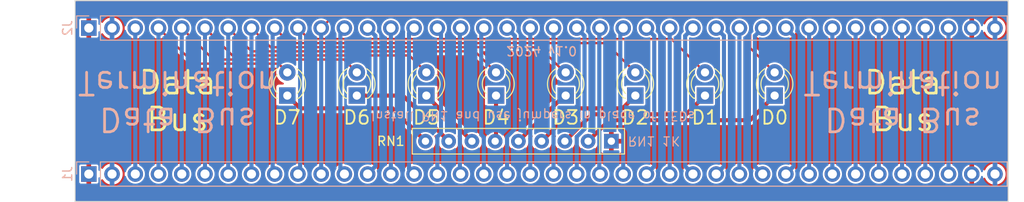
<source format=kicad_pcb>
(kicad_pcb (version 20240108) (generator "pcbnew") (generator_version "8.0")
  (title_block (title "SAP-Plus Bus LED connector") (date "2024-09-19") (rev "1.0") (company "github.com/TomNisbet/sap-plus"))
  (layers (0 "F.Cu" signal) (31 "B.Cu" signal) (34 "B.Paste" user) (35 "F.Paste" user) (36 "B.SilkS" user "B.Silkscreen") (37 "F.SilkS" user "F.Silkscreen") (38 "B.Mask" user) (39 "F.Mask" user) (44 "Edge.Cuts" user))
  (net 0 "")
  (net 1 "+5V")
  (net 2 "X03")
  (net 3 "X38")
  (net 4 "X31")
  (net 5 "X17")
  (net 6 "X29")
  (net 7 "X24")
  (net 8 "X32")
  (net 9 "X20")
  (net 10 "X16")
  (net 11 "X30")
  (net 12 "X12")
  (net 13 "X26")
  (net 14 "X37")
  (net 15 "X15")
  (net 16 "X21")
  (net 17 "X25")
  (net 18 "X28")
  (net 19 "X36")
  (net 20 "X34")
  (net 21 "X18")
  (net 22 "X14")
  (net 23 "X13")
  (net 24 "X33")
  (net 25 "X19")
  (net 26 "X22")
  (net 27 "X35")
  (net 28 "X27")
  (net 29 "X23")
  (net 30 "D0")
  (net 31 "D1")
  (net 32 "D2")
  (net 33 "D3")
  (net 34 "D4")
  (net 35 "D5")
  (net 36 "D6")
  (net 37 "D7")
  (net 38 "GND")
  (net 39 "Net-(D1-K)")
  (net 40 "Net-(D2-K)")
  (net 41 "Net-(D3-K)")
  (net 42 "Net-(D4-K)")
  (net 43 "Net-(D5-K)")
  (net 44 "Net-(D6-K)")
  (net 45 "Net-(D7-K)")
  (net 46 "Net-(D8-K)")
  (footprint "LED_THT:LED_D3.0mm" (layer "F.Cu") (at 167.47143 87.4 90)
    (property "Reference" "D1")
    (property "Value" "D0" (at -2.4 0 0) (layer "F.SilkS") (effects (font (size 1.5 1.5) (thickness 0.2))))
    (fp_line (start -0.29 -1.236) (end -0.29 -1.08) (stroke (width 0.12)) (layer "F.SilkS"))
    (fp_line (start -0.29 1.08) (end -0.29 1.236) (stroke (width 0.12)) (layer "F.SilkS"))
    (fp_arc (start -0.29 -1.235516) (mid 1.366487 -1.987659) (end 2.942335 -1.078608) (stroke (width 0.12)) (layer "F.SilkS"))
    (fp_arc (start 0.229039 -1.08) (mid 1.270117 -1.5) (end 2.31113 -1.079837) (stroke (width 0.12)) (layer "F.SilkS"))
    (fp_arc (start 2.942335 1.078608) (mid 1.366487 1.987659) (end -0.29 1.235516) (stroke (width 0.12)) (layer "F.SilkS"))
    (fp_arc (start 2.31113 1.079837) (mid 1.270117 1.5) (end 0.229039 1.08) (stroke (width 0.12)) (layer "F.SilkS"))
    (pad "1" thru_hole rect (at 0 0 90) (size 1.8 1.8) (drill 0.9) (layers "*.Cu" "*.Mask") (net 39 "Net-(D1-K)"))
    (pad "2" thru_hole circle (at 2.54 0 90) (size 1.8 1.8) (drill 0.9) (layers "*.Cu" "*.Mask") (net 30 "D0"))
  )
  (footprint "LED_THT:LED_D3.0mm" (layer "F.Cu") (at 152.242855 87.4 90)
    (property "Reference" "D3")
    (property "Value" "D2" (at -2.4 0 0) (layer "F.SilkS") (effects (font (size 1.5 1.5) (thickness 0.2))))
    (fp_line (start -0.29 -1.236) (end -0.29 -1.08) (stroke (width 0.12)) (layer "F.SilkS"))
    (fp_line (start -0.29 1.08) (end -0.29 1.236) (stroke (width 0.12)) (layer "F.SilkS"))
    (fp_arc (start -0.29 -1.235516) (mid 1.366487 -1.987659) (end 2.942335 -1.078608) (stroke (width 0.12)) (layer "F.SilkS"))
    (fp_arc (start 0.229039 -1.08) (mid 1.270117 -1.5) (end 2.31113 -1.079837) (stroke (width 0.12)) (layer "F.SilkS"))
    (fp_arc (start 2.942335 1.078608) (mid 1.366487 1.987659) (end -0.29 1.235516) (stroke (width 0.12)) (layer "F.SilkS"))
    (fp_arc (start 2.31113 1.079837) (mid 1.270117 1.5) (end 0.229039 1.08) (stroke (width 0.12)) (layer "F.SilkS"))
    (pad "1" thru_hole rect (at 0 0 90) (size 1.8 1.8) (drill 0.9) (layers "*.Cu" "*.Mask") (net 41 "Net-(D3-K)"))
    (pad "2" thru_hole circle (at 2.54 0 90) (size 1.8 1.8) (drill 0.9) (layers "*.Cu" "*.Mask") (net 32 "D2"))
  )
  (footprint "LED_THT:LED_D3.0mm" (layer "F.Cu") (at 159.85714 87.4 90)
    (property "Reference" "D2")
    (property "Value" "D1" (at -2.4 0 0) (layer "F.SilkS") (effects (font (size 1.5 1.5) (thickness 0.2))))
    (fp_line (start -0.29 -1.236) (end -0.29 -1.08) (stroke (width 0.12)) (layer "F.SilkS"))
    (fp_line (start -0.29 1.08) (end -0.29 1.236) (stroke (width 0.12)) (layer "F.SilkS"))
    (fp_arc (start -0.29 -1.235516) (mid 1.366487 -1.987659) (end 2.942335 -1.078608) (stroke (width 0.12)) (layer "F.SilkS"))
    (fp_arc (start 0.229039 -1.08) (mid 1.270117 -1.5) (end 2.31113 -1.079837) (stroke (width 0.12)) (layer "F.SilkS"))
    (fp_arc (start 2.942335 1.078608) (mid 1.366487 1.987659) (end -0.29 1.235516) (stroke (width 0.12)) (layer "F.SilkS"))
    (fp_arc (start 2.31113 1.079837) (mid 1.270117 1.5) (end 0.229039 1.08) (stroke (width 0.12)) (layer "F.SilkS"))
    (pad "1" thru_hole rect (at 0 0 90) (size 1.8 1.8) (drill 0.9) (layers "*.Cu" "*.Mask") (net 40 "Net-(D2-K)"))
    (pad "2" thru_hole circle (at 2.54 0 90) (size 1.8 1.8) (drill 0.9) (layers "*.Cu" "*.Mask") (net 31 "D1"))
  )
  (footprint "LED_THT:LED_D3.0mm" (layer "F.Cu") (at 137.014285 87.4 90)
    (property "Reference" "D5")
    (property "Value" "D4" (at -2.4 0 0) (layer "F.SilkS") (effects (font (size 1.5 1.5) (thickness 0.2))))
    (fp_line (start -0.29 -1.236) (end -0.29 -1.08) (stroke (width 0.12)) (layer "F.SilkS"))
    (fp_line (start -0.29 1.08) (end -0.29 1.236) (stroke (width 0.12)) (layer "F.SilkS"))
    (fp_arc (start -0.29 -1.235516) (mid 1.366487 -1.987659) (end 2.942335 -1.078608) (stroke (width 0.12)) (layer "F.SilkS"))
    (fp_arc (start 0.229039 -1.08) (mid 1.270117 -1.5) (end 2.31113 -1.079837) (stroke (width 0.12)) (layer "F.SilkS"))
    (fp_arc (start 2.942335 1.078608) (mid 1.366487 1.987659) (end -0.29 1.235516) (stroke (width 0.12)) (layer "F.SilkS"))
    (fp_arc (start 2.31113 1.079837) (mid 1.270117 1.5) (end 0.229039 1.08) (stroke (width 0.12)) (layer "F.SilkS"))
    (pad "1" thru_hole rect (at 0 0 90) (size 1.8 1.8) (drill 0.9) (layers "*.Cu" "*.Mask") (net 43 "Net-(D5-K)"))
    (pad "2" thru_hole circle (at 2.54 0 90) (size 1.8 1.8) (drill 0.9) (layers "*.Cu" "*.Mask") (net 34 "D4"))
  )
  (footprint "LED_THT:LED_D3.0mm" (layer "F.Cu") (at 114.2 87.4 90)
    (property "Reference" "D8")
    (property "Value" "D7" (at -2.4 0 0) (layer "F.SilkS") (effects (font (size 1.5 1.5) (thickness 0.2))))
    (fp_line (start -0.29 -1.236) (end -0.29 -1.08) (stroke (width 0.12)) (layer "F.SilkS"))
    (fp_line (start -0.29 1.08) (end -0.29 1.236) (stroke (width 0.12)) (layer "F.SilkS"))
    (fp_arc (start -0.29 -1.235516) (mid 1.366487 -1.987659) (end 2.942335 -1.078608) (stroke (width 0.12)) (layer "F.SilkS"))
    (fp_arc (start 0.229039 -1.08) (mid 1.270117 -1.5) (end 2.31113 -1.079837) (stroke (width 0.12)) (layer "F.SilkS"))
    (fp_arc (start 2.942335 1.078608) (mid 1.366487 1.987659) (end -0.29 1.235516) (stroke (width 0.12)) (layer "F.SilkS"))
    (fp_arc (start 2.31113 1.079837) (mid 1.270117 1.5) (end 0.229039 1.08) (stroke (width 0.12)) (layer "F.SilkS"))
    (pad "1" thru_hole rect (at 0 0 90) (size 1.8 1.8) (drill 0.9) (layers "*.Cu" "*.Mask") (net 46 "Net-(D8-K)"))
    (pad "2" thru_hole circle (at 2.54 0 90) (size 1.8 1.8) (drill 0.9) (layers "*.Cu" "*.Mask") (net 37 "D7"))
  )
  (footprint "LED_THT:LED_D3.0mm" (layer "F.Cu") (at 144.62857 87.4 90)
    (property "Reference" "D4")
    (property "Value" "D3" (at -2.4 0 0) (layer "F.SilkS") (effects (font (size 1.5 1.5) (thickness 0.2))))
    (fp_line (start -0.29 -1.236) (end -0.29 -1.08) (stroke (width 0.12)) (layer "F.SilkS"))
    (fp_line (start -0.29 1.08) (end -0.29 1.236) (stroke (width 0.12)) (layer "F.SilkS"))
    (fp_arc (start -0.29 -1.235516) (mid 1.366487 -1.987659) (end 2.942335 -1.078608) (stroke (width 0.12)) (layer "F.SilkS"))
    (fp_arc (start 0.229039 -1.08) (mid 1.270117 -1.5) (end 2.31113 -1.079837) (stroke (width 0.12)) (layer "F.SilkS"))
    (fp_arc (start 2.942335 1.078608) (mid 1.366487 1.987659) (end -0.29 1.235516) (stroke (width 0.12)) (layer "F.SilkS"))
    (fp_arc (start 2.31113 1.079837) (mid 1.270117 1.5) (end 0.229039 1.08) (stroke (width 0.12)) (layer "F.SilkS"))
    (pad "1" thru_hole rect (at 0 0 90) (size 1.8 1.8) (drill 0.9) (layers "*.Cu" "*.Mask") (net 42 "Net-(D4-K)"))
    (pad "2" thru_hole circle (at 2.54 0 90) (size 1.8 1.8) (drill 0.9) (layers "*.Cu" "*.Mask") (net 33 "D3"))
  )
  (footprint "LED_THT:LED_D3.0mm" (layer "F.Cu") (at 129.4 87.4 90)
    (property "Reference" "D6")
    (property "Value" "D5" (at -2.4 0 0) (layer "F.SilkS") (effects (font (size 1.5 1.5) (thickness 0.2))))
    (fp_line (start -0.29 -1.236) (end -0.29 -1.08) (stroke (width 0.12)) (layer "F.SilkS"))
    (fp_line (start -0.29 1.08) (end -0.29 1.236) (stroke (width 0.12)) (layer "F.SilkS"))
    (fp_arc (start -0.29 -1.235516) (mid 1.366487 -1.987659) (end 2.942335 -1.078608) (stroke (width 0.12)) (layer "F.SilkS"))
    (fp_arc (start 0.229039 -1.08) (mid 1.270117 -1.5) (end 2.31113 -1.079837) (stroke (width 0.12)) (layer "F.SilkS"))
    (fp_arc (start 2.942335 1.078608) (mid 1.366487 1.987659) (end -0.29 1.235516) (stroke (width 0.12)) (layer "F.SilkS"))
    (fp_arc (start 2.31113 1.079837) (mid 1.270117 1.5) (end 0.229039 1.08) (stroke (width 0.12)) (layer "F.SilkS"))
    (pad "1" thru_hole rect (at 0 0 90) (size 1.8 1.8) (drill 0.9) (layers "*.Cu" "*.Mask") (net 44 "Net-(D6-K)"))
    (pad "2" thru_hole circle (at 2.54 0 90) (size 1.8 1.8) (drill 0.9) (layers "*.Cu" "*.Mask") (net 35 "D5"))
  )
  (footprint "LED_THT:LED_D3.0mm" (layer "F.Cu") (at 121.8 87.4 90)
    (property "Reference" "D7")
    (property "Value" "D6" (at -2.4 0 0) (layer "F.SilkS") (effects (font (size 1.5 1.5) (thickness 0.2))))
    (fp_line (start -0.29 -1.236) (end -0.29 -1.08) (stroke (width 0.12)) (layer "F.SilkS"))
    (fp_line (start -0.29 1.08) (end -0.29 1.236) (stroke (width 0.12)) (layer "F.SilkS"))
    (fp_arc (start -0.29 -1.235516) (mid 1.366487 -1.987659) (end 2.942335 -1.078608) (stroke (width 0.12)) (layer "F.SilkS"))
    (fp_arc (start 0.229039 -1.08) (mid 1.270117 -1.5) (end 2.31113 -1.079837) (stroke (width 0.12)) (layer "F.SilkS"))
    (fp_arc (start 2.942335 1.078608) (mid 1.366487 1.987659) (end -0.29 1.235516) (stroke (width 0.12)) (layer "F.SilkS"))
    (fp_arc (start 2.31113 1.079837) (mid 1.270117 1.5) (end 0.229039 1.08) (stroke (width 0.12)) (layer "F.SilkS"))
    (pad "1" thru_hole rect (at 0 0 90) (size 1.8 1.8) (drill 0.9) (layers "*.Cu" "*.Mask") (net 45 "Net-(D7-K)"))
    (pad "2" thru_hole circle (at 2.54 0 90) (size 1.8 1.8) (drill 0.9) (layers "*.Cu" "*.Mask") (net 36 "D6"))
  )
  (footprint "Resistor_THT:R_Array_SIP9" (layer "F.Cu") (at 149.62 92.4 180)
    (property "Reference" "RN1" (at 24.11 0 0) (layer "F.SilkS"))
    (property "Value" "470")
    (fp_line (start 21.76 1.4) (end 21.76 -1.4) (stroke (width 0.12)) (layer "F.SilkS"))
    (fp_line (start 21.76 -1.4) (end -1.44 -1.4) (stroke (width 0.12)) (layer "F.SilkS"))
    (fp_line (start 1.27 -1.4) (end 1.27 1.4) (stroke (width 0.12)) (layer "F.SilkS"))
    (fp_line (start -1.44 1.4) (end 21.76 1.4) (stroke (width 0.12)) (layer "F.SilkS"))
    (fp_line (start -1.44 -1.4) (end -1.44 1.4) (stroke (width 0.12)) (layer "F.SilkS"))
    (pad "1" thru_hole rect (at 0 0 180) (size 1.6 1.6) (drill 0.8) (layers "*.Cu" "*.Mask") (net 38 "GND"))
    (pad "2" thru_hole oval (at 2.54 0 180) (size 1.6 1.6) (drill 0.8) (layers "*.Cu" "*.Mask") (net 39 "Net-(D1-K)"))
    (pad "3" thru_hole oval (at 5.08 0 180) (size 1.6 1.6) (drill 0.8) (layers "*.Cu" "*.Mask") (net 40 "Net-(D2-K)"))
    (pad "4" thru_hole oval (at 7.62 0 180) (size 1.6 1.6) (drill 0.8) (layers "*.Cu" "*.Mask") (net 41 "Net-(D3-K)"))
    (pad "5" thru_hole oval (at 10.16 0 180) (size 1.6 1.6) (drill 0.8) (layers "*.Cu" "*.Mask") (net 42 "Net-(D4-K)"))
    (pad "6" thru_hole oval (at 12.7 0 180) (size 1.6 1.6) (drill 0.8) (layers "*.Cu" "*.Mask") (net 43 "Net-(D5-K)"))
    (pad "7" thru_hole oval (at 15.24 0 180) (size 1.6 1.6) (drill 0.8) (layers "*.Cu" "*.Mask") (net 44 "Net-(D6-K)"))
    (pad "8" thru_hole oval (at 17.78 0 180) (size 1.6 1.6) (drill 0.8) (layers "*.Cu" "*.Mask") (net 45 "Net-(D7-K)"))
    (pad "9" thru_hole oval (at 20.32 0 180) (size 1.6 1.6) (drill 0.8) (layers "*.Cu" "*.Mask") (net 46 "Net-(D8-K)"))
  )
  (footprint "Connector_PinHeader_2.54mm:PinHeader_1x40_P2.54mm_Vertical" (layer "B.Cu") (at 92.5 96 -90)
    (property "Reference" "J1" (at 0 2.33 90) (layer "B.SilkS") (effects (justify mirror)))
    (property "Value" "Bus")
    (fp_line (start -1.33 1.33) (end -1.33 0) (stroke (width 0.12)) (layer "B.SilkS"))
    (fp_line (start 0 1.33) (end -1.33 1.33) (stroke (width 0.12)) (layer "B.SilkS"))
    (fp_line (start 1.33 -1.27) (end -1.33 -1.27) (stroke (width 0.12)) (layer "B.SilkS"))
    (fp_line (start -1.33 -100.39) (end -1.33 -1.27) (stroke (width 0.12)) (layer "B.SilkS"))
    (fp_line (start 1.33 -100.39) (end 1.33 -1.27) (stroke (width 0.12)) (layer "B.SilkS"))
    (fp_line (start 1.33 -100.39) (end -1.33 -100.39) (stroke (width 0.12)) (layer "B.SilkS"))
    (pad "1" thru_hole rect (at 0 0 270) (size 1.7 1.7) (drill 1) (layers "*.Cu" "*.Mask") (net 38 "GND"))
    (pad "2" thru_hole oval (at 0 -2.54 270) (size 1.7 1.7) (drill 1) (layers "*.Cu" "*.Mask") (net 1 "+5V"))
    (pad "3" thru_hole oval (at 0 -5.08 270) (size 1.7 1.7) (drill 1) (layers "*.Cu" "*.Mask") (net 2 "X03"))
    (pad "4" thru_hole oval (at 0 -7.62 270) (size 1.7 1.7) (drill 1) (layers "*.Cu" "*.Mask") (net 37 "D7"))
    (pad "5" thru_hole oval (at 0 -10.16 270) (size 1.7 1.7) (drill 1) (layers "*.Cu" "*.Mask") (net 36 "D6"))
    (pad "6" thru_hole oval (at 0 -12.7 270) (size 1.7 1.7) (drill 1) (layers "*.Cu" "*.Mask") (net 35 "D5"))
    (pad "7" thru_hole oval (at 0 -15.24 270) (size 1.7 1.7) (drill 1) (layers "*.Cu" "*.Mask") (net 34 "D4"))
    (pad "8" thru_hole oval (at 0 -17.78 270) (size 1.7 1.7) (drill 1) (layers "*.Cu" "*.Mask") (net 33 "D3"))
    (pad "9" thru_hole oval (at 0 -20.32 270) (size 1.7 1.7) (drill 1) (layers "*.Cu" "*.Mask") (net 32 "D2"))
    (pad "10" thru_hole oval (at 0 -22.86 270) (size 1.7 1.7) (drill 1) (layers "*.Cu" "*.Mask") (net 31 "D1"))
    (pad "11" thru_hole oval (at 0 -25.4 270) (size 1.7 1.7) (drill 1) (layers "*.Cu" "*.Mask") (net 30 "D0"))
    (pad "12" thru_hole oval (at 0 -27.94 270) (size 1.7 1.7) (drill 1) (layers "*.Cu" "*.Mask") (net 12 "X12"))
    (pad "13" thru_hole oval (at 0 -30.48 270) (size 1.7 1.7) (drill 1) (layers "*.Cu" "*.Mask") (net 23 "X13"))
    (pad "14" thru_hole oval (at 0 -33.02 270) (size 1.7 1.7) (drill 1) (layers "*.Cu" "*.Mask") (net 22 "X14"))
    (pad "15" thru_hole oval (at 0 -35.56 270) (size 1.7 1.7) (drill 1) (layers "*.Cu" "*.Mask") (net 15 "X15"))
    (pad "16" thru_hole oval (at 0 -38.1 270) (size 1.7 1.7) (drill 1) (layers "*.Cu" "*.Mask") (net 10 "X16"))
    (pad "17" thru_hole oval (at 0 -40.64 270) (size 1.7 1.7) (drill 1) (layers "*.Cu" "*.Mask") (net 5 "X17"))
    (pad "18" thru_hole oval (at 0 -43.18 270) (size 1.7 1.7) (drill 1) (layers "*.Cu" "*.Mask") (net 21 "X18"))
    (pad "19" thru_hole oval (at 0 -45.72 270) (size 1.7 1.7) (drill 1) (layers "*.Cu" "*.Mask") (net 25 "X19"))
    (pad "20" thru_hole oval (at 0 -48.26 270) (size 1.7 1.7) (drill 1) (layers "*.Cu" "*.Mask") (net 9 "X20"))
    (pad "21" thru_hole oval (at 0 -50.8 270) (size 1.7 1.7) (drill 1) (layers "*.Cu" "*.Mask") (net 16 "X21"))
    (pad "22" thru_hole oval (at 0 -53.34 270) (size 1.7 1.7) (drill 1) (layers "*.Cu" "*.Mask") (net 26 "X22"))
    (pad "23" thru_hole oval (at 0 -55.88 270) (size 1.7 1.7) (drill 1) (layers "*.Cu" "*.Mask") (net 29 "X23"))
    (pad "24" thru_hole oval (at 0 -58.42 270) (size 1.7 1.7) (drill 1) (layers "*.Cu" "*.Mask") (net 7 "X24"))
    (pad "25" thru_hole oval (at 0 -60.96 270) (size 1.7 1.7) (drill 1) (layers "*.Cu" "*.Mask") (net 17 "X25"))
    (pad "26" thru_hole oval (at 0 -63.5 270) (size 1.7 1.7) (drill 1) (layers "*.Cu" "*.Mask") (net 13 "X26"))
    (pad "27" thru_hole oval (at 0 -66.04 270) (size 1.7 1.7) (drill 1) (layers "*.Cu" "*.Mask") (net 28 "X27"))
    (pad "28" thru_hole oval (at 0 -68.58 270) (size 1.7 1.7) (drill 1) (layers "*.Cu" "*.Mask") (net 18 "X28"))
    (pad "29" thru_hole oval (at 0 -71.12 270) (size 1.7 1.7) (drill 1) (layers "*.Cu" "*.Mask") (net 6 "X29"))
    (pad "30" thru_hole oval (at 0 -73.66 270) (size 1.7 1.7) (drill 1) (layers "*.Cu" "*.Mask") (net 11 "X30"))
    (pad "31" thru_hole oval (at 0 -76.2 270) (size 1.7 1.7) (drill 1) (layers "*.Cu" "*.Mask") (net 4 "X31"))
    (pad "32" thru_hole oval (at 0 -78.74 270) (size 1.7 1.7) (drill 1) (layers "*.Cu" "*.Mask") (net 8 "X32"))
    (pad "33" thru_hole oval (at 0 -81.28 270) (size 1.7 1.7) (drill 1) (layers "*.Cu" "*.Mask") (net 24 "X33"))
    (pad "34" thru_hole oval (at 0 -83.82 270) (size 1.7 1.7) (drill 1) (layers "*.Cu" "*.Mask") (net 20 "X34"))
    (pad "35" thru_hole oval (at 0 -86.36 270) (size 1.7 1.7) (drill 1) (layers "*.Cu" "*.Mask") (net 27 "X35"))
    (pad "36" thru_hole oval (at 0 -88.9 270) (size 1.7 1.7) (drill 1) (layers "*.Cu" "*.Mask") (net 19 "X36"))
    (pad "37" thru_hole oval (at 0 -91.44 270) (size 1.7 1.7) (drill 1) (layers "*.Cu" "*.Mask") (net 14 "X37"))
    (pad "38" thru_hole oval (at 0 -93.98 270) (size 1.7 1.7) (drill 1) (layers "*.Cu" "*.Mask") (net 3 "X38"))
    (pad "39" thru_hole oval (at 0 -96.52 270) (size 1.7 1.7) (drill 1) (layers "*.Cu" "*.Mask") (net 38 "GND"))
    (pad "40" thru_hole oval (at 0 -99.06 270) (size 1.7 1.7) (drill 1) (layers "*.Cu" "*.Mask") (net 1 "+5V"))
  )
  (footprint "Connector_PinHeader_2.54mm:PinHeader_1x40_P2.54mm_Vertical" (layer "B.Cu") (at 92.5 80 -90)
    (property "Reference" "J2" (at 0 2.33 90) (layer "B.SilkS") (effects (justify mirror)))
    (property "Value" "Bus")
    (fp_line (start -1.33 1.33) (end -1.33 0) (stroke (width 0.12)) (layer "B.SilkS"))
    (fp_line (start 0 1.33) (end -1.33 1.33) (stroke (width 0.12)) (layer "B.SilkS"))
    (fp_line (start 1.33 -1.27) (end -1.33 -1.27) (stroke (width 0.12)) (layer "B.SilkS"))
    (fp_line (start -1.33 -100.39) (end -1.33 -1.27) (stroke (width 0.12)) (layer "B.SilkS"))
    (fp_line (start 1.33 -100.39) (end 1.33 -1.27) (stroke (width 0.12)) (layer "B.SilkS"))
    (fp_line (start 1.33 -100.39) (end -1.33 -100.39) (stroke (width 0.12)) (layer "B.SilkS"))
    (pad "1" thru_hole rect (at 0 0 270) (size 1.7 1.7) (drill 1) (layers "*.Cu" "*.Mask") (net 38 "GND"))
    (pad "2" thru_hole oval (at 0 -2.54 270) (size 1.7 1.7) (drill 1) (layers "*.Cu" "*.Mask") (net 1 "+5V"))
    (pad "3" thru_hole oval (at 0 -5.08 270) (size 1.7 1.7) (drill 1) (layers "*.Cu" "*.Mask") (net 2 "X03"))
    (pad "4" thru_hole oval (at 0 -7.62 270) (size 1.7 1.7) (drill 1) (layers "*.Cu" "*.Mask") (net 37 "D7"))
    (pad "5" thru_hole oval (at 0 -10.16 270) (size 1.7 1.7) (drill 1) (layers "*.Cu" "*.Mask") (net 36 "D6"))
    (pad "6" thru_hole oval (at 0 -12.7 270) (size 1.7 1.7) (drill 1) (layers "*.Cu" "*.Mask") (net 35 "D5"))
    (pad "7" thru_hole oval (at 0 -15.24 270) (size 1.7 1.7) (drill 1) (layers "*.Cu" "*.Mask") (net 34 "D4"))
    (pad "8" thru_hole oval (at 0 -17.78 270) (size 1.7 1.7) (drill 1) (layers "*.Cu" "*.Mask") (net 33 "D3"))
    (pad "9" thru_hole oval (at 0 -20.32 270) (size 1.7 1.7) (drill 1) (layers "*.Cu" "*.Mask") (net 32 "D2"))
    (pad "10" thru_hole oval (at 0 -22.86 270) (size 1.7 1.7) (drill 1) (layers "*.Cu" "*.Mask") (net 31 "D1"))
    (pad "11" thru_hole oval (at 0 -25.4 270) (size 1.7 1.7) (drill 1) (layers "*.Cu" "*.Mask") (net 30 "D0"))
    (pad "12" thru_hole oval (at 0 -27.94 270) (size 1.7 1.7) (drill 1) (layers "*.Cu" "*.Mask") (net 12 "X12"))
    (pad "13" thru_hole oval (at 0 -30.48 270) (size 1.7 1.7) (drill 1) (layers "*.Cu" "*.Mask") (net 23 "X13"))
    (pad "14" thru_hole oval (at 0 -33.02 270) (size 1.7 1.7) (drill 1) (layers "*.Cu" "*.Mask") (net 22 "X14"))
    (pad "15" thru_hole oval (at 0 -35.56 270) (size 1.7 1.7) (drill 1) (layers "*.Cu" "*.Mask") (net 15 "X15"))
    (pad "16" thru_hole oval (at 0 -38.1 270) (size 1.7 1.7) (drill 1) (layers "*.Cu" "*.Mask") (net 10 "X16"))
    (pad "17" thru_hole oval (at 0 -40.64 270) (size 1.7 1.7) (drill 1) (layers "*.Cu" "*.Mask") (net 5 "X17"))
    (pad "18" thru_hole oval (at 0 -43.18 270) (size 1.7 1.7) (drill 1) (layers "*.Cu" "*.Mask") (net 21 "X18"))
    (pad "19" thru_hole oval (at 0 -45.72 270) (size 1.7 1.7) (drill 1) (layers "*.Cu" "*.Mask") (net 25 "X19"))
    (pad "20" thru_hole oval (at 0 -48.26 270) (size 1.7 1.7) (drill 1) (layers "*.Cu" "*.Mask") (net 9 "X20"))
    (pad "21" thru_hole oval (at 0 -50.8 270) (size 1.7 1.7) (drill 1) (layers "*.Cu" "*.Mask") (net 16 "X21"))
    (pad "22" thru_hole oval (at 0 -53.34 270) (size 1.7 1.7) (drill 1) (layers "*.Cu" "*.Mask") (net 26 "X22"))
    (pad "23" thru_hole oval (at 0 -55.88 270) (size 1.7 1.7) (drill 1) (layers "*.Cu" "*.Mask") (net 29 "X23"))
    (pad "24" thru_hole oval (at 0 -58.42 270) (size 1.7 1.7) (drill 1) (layers "*.Cu" "*.Mask") (net 7 "X24"))
    (pad "25" thru_hole oval (at 0 -60.96 270) (size 1.7 1.7) (drill 1) (layers "*.Cu" "*.Mask") (net 17 "X25"))
    (pad "26" thru_hole oval (at 0 -63.5 270) (size 1.7 1.7) (drill 1) (layers "*.Cu" "*.Mask") (net 13 "X26"))
    (pad "27" thru_hole oval (at 0 -66.04 270) (size 1.7 1.7) (drill 1) (layers "*.Cu" "*.Mask") (net 28 "X27"))
    (pad "28" thru_hole oval (at 0 -68.58 270) (size 1.7 1.7) (drill 1) (layers "*.Cu" "*.Mask") (net 18 "X28"))
    (pad "29" thru_hole oval (at 0 -71.12 270) (size 1.7 1.7) (drill 1) (layers "*.Cu" "*.Mask") (net 6 "X29"))
    (pad "30" thru_hole oval (at 0 -73.66 270) (size 1.7 1.7) (drill 1) (layers "*.Cu" "*.Mask") (net 11 "X30"))
    (pad "31" thru_hole oval (at 0 -76.2 270) (size 1.7 1.7) (drill 1) (layers "*.Cu" "*.Mask") (net 4 "X31"))
    (pad "32" thru_hole oval (at 0 -78.74 270) (size 1.7 1.7) (drill 1) (layers "*.Cu" "*.Mask") (net 8 "X32"))
    (pad "33" thru_hole oval (at 0 -81.28 270) (size 1.7 1.7) (drill 1) (layers "*.Cu" "*.Mask") (net 24 "X33"))
    (pad "34" thru_hole oval (at 0 -83.82 270) (size 1.7 1.7) (drill 1) (layers "*.Cu" "*.Mask") (net 20 "X34"))
    (pad "35" thru_hole oval (at 0 -86.36 270) (size 1.7 1.7) (drill 1) (layers "*.Cu" "*.Mask") (net 27 "X35"))
    (pad "36" thru_hole oval (at 0 -88.9 270) (size 1.7 1.7) (drill 1) (layers "*.Cu" "*.Mask") (net 19 "X36"))
    (pad "37" thru_hole oval (at 0 -91.44 270) (size 1.7 1.7) (drill 1) (layers "*.Cu" "*.Mask") (net 14 "X37"))
    (pad "38" thru_hole oval (at 0 -93.98 270) (size 1.7 1.7) (drill 1) (layers "*.Cu" "*.Mask") (net 3 "X38"))
    (pad "39" thru_hole oval (at 0 -96.52 270) (size 1.7 1.7) (drill 1) (layers "*.Cu" "*.Mask") (net 38 "GND"))
    (pad "40" thru_hole oval (at 0 -99.06 270) (size 1.7 1.7) (drill 1) (layers "*.Cu" "*.Mask") (net 1 "+5V"))
  )
  (gr_line (start 193 77) (end 91 77) (stroke (width 0.1)) (layer "Edge.Cuts"))
  (gr_line (start 91 99) (end 193 99) (stroke (width 0.1)) (layer "Edge.Cuts"))
  (gr_line (start 91 77) (end 91 99) (stroke (width 0.1)) (layer "Edge.Cuts"))
  (gr_line (start 193 99) (end 193 77) (stroke (width 0.1)) (layer "Edge.Cuts"))
  (gr_text "RN1 1K" (at 151.34 92.38 180) (layer "B.SilkS") (effects (font (size 1 1) (thickness 0.13)) (justify left mirror)))
  (gr_text "Data Bus\nTermination" (at 102.2 88 180) (layer "B.SilkS") (effects (font (size 2.5 2.5) (thickness 0.3)) (justify mirror)))
  (gr_text "Data Bus\nTermination" (at 181.5 88 180) (layer "B.SilkS") (effects (font (size 2.5 2.5) (thickness 0.3)) (justify mirror)))
  (gr_text "Install RN1 and use jumpers in place of LEDs" (at 141.06 89.04 180) (layer "B.SilkS") (effects (font (size 1 1) (thickness 0.13)) (justify bottom mirror)))
  (gr_text "2024 v${REVISION}" (at 142 82.5 180) (layer "B.SilkS") (effects (font (size 1 1)) (justify mirror)))
  (gr_text "Data\nBus" (at 181.5 88 0) (layer "F.SilkS") (effects (font (size 2.5 2.5) (thickness 0.3))))
  (gr_text "Data\nBus" (at 102.2 88 0) (layer "F.SilkS") (effects (font (size 2.5 2.5) (thickness 0.3))))
  (segment (start 97.58 80) (end 97.58 96) (width 0.45) (layer "B.Cu") (net 2))
  (segment (start 186.48 80) (end 186.48 96) (width 0.45) (layer "B.Cu") (net 3))
  (segment (start 169.55 80.85) (end 169.55 95.15) (width 0.45) (layer "B.Cu") (net 4))
  (segment (start 169.55 95.15) (end 168.7 96) (width 0.45) (layer "B.Cu") (net 4))
  (segment (start 168.7 80) (end 169.55 80.85) (width 0.45) (layer "B.Cu") (net 4))
  (segment (start 133.065 80.075) (end 133.065 95.925) (width 0.45) (layer "B.Cu") (net 5))
  (segment (start 133.14 80) (end 133.065 80.075) (width 0.45) (layer "B.Cu") (net 5))
  (segment (start 133.065 95.925) (end 133.14 96) (width 0.45) (layer "B.Cu") (net 5))
  (segment (start 163.62 80) (end 163.62 96) (width 0.45) (layer "B.Cu") (net 6))
  (segment (start 150.92 91.495) (end 150.92 96) (width 0.45) (layer "B.Cu") (net 7))
  (segment (start 150.6 91.175) (end 150.92 91.495) (width 0.45) (layer "B.Cu") (net 7))
  (segment (start 150.92 80) (end 150.6 80.32) (width 0.45) (layer "B.Cu") (net 7))
  (segment (start 150.6 80.32) (end 150.6 91.175) (width 0.45) (layer "B.Cu") (net 7))
  (segment (start 171.24 96) (end 171.24 80) (width 0.45) (layer "B.Cu") (net 8))
  (segment (start 140.76 96) (end 140.76 80) (width 0.45) (layer "B.Cu") (net 9))
  (segment (start 131 80.4) (end 131 91.507588) (width 0.45) (layer "B.Cu") (net 10))
  (segment (start 131 91.507588) (end 130.6 91.907588) (width 0.45) (layer "B.Cu") (net 10))
  (segment (start 130.6 91.907588) (end 130.6 96) (width 0.45) (layer "B.Cu") (net 10))
  (segment (start 130.6 80) (end 131 80.4) (width 0.45) (layer "B.Cu") (net 10))
  (segment (start 165.31 95.15) (end 166.16 96) (width 0.45) (layer "B.Cu") (net 11))
  (segment (start 165.31 80.85) (end 165.31 95.15) (width 0.45) (layer "B.Cu") (net 11))
  (segment (start 166.16 80) (end 165.31 80.85) (width 0.45) (layer "B.Cu") (net 11))
  (segment (start 120.44 80) (end 120 80.44) (width 0.45) (layer "B.Cu") (net 12))
  (segment (start 120 80.44) (end 120 95.56) (width 0.45) (layer "B.Cu") (net 12))
  (segment (start 120 95.56) (end 120.44 96) (width 0.45) (layer "B.Cu") (net 12))
  (segment (start 156 80) (end 156 96) (width 0.45) (layer "B.Cu") (net 13))
  (segment (start 183.94 96) (end 183.94 80) (width 0.45) (layer "B.Cu") (net 14))
  (segment (start 127.5 80.56) (end 127.5 95.44) (width 0.45) (layer "B.Cu") (net 15))
  (segment (start 128.06 80) (end 127.5 80.56) (width 0.45) (layer "B.Cu") (net 15))
  (segment (start 127.5 95.44) (end 128.06 96) (width 0.45) (layer "B.Cu") (net 15))
  (segment (start 143.3 80) (end 143.3 96) (width 0.45) (layer "B.Cu") (net 16))
  (segment (start 153.46 80) (end 154.31 80.85) (width 0.45) (layer "B.Cu") (net 17))
  (segment (start 154.31 95.15) (end 153.46 96) (width 0.45) (layer "B.Cu") (net 17))
  (segment (start 154.31 80.85) (end 154.31 95.15) (width 0.45) (layer "B.Cu") (net 17))
  (segment (start 161.08 80) (end 161.93 80.85) (width 0.45) (layer "B.Cu") (net 18))
  (segment (start 161.93 80.85) (end 161.93 95.15) (width 0.45) (layer "B.Cu") (net 18))
  (segment (start 161.93 95.15) (end 161.08 96) (width 0.45) (layer "B.Cu") (net 18))
  (segment (start 181.4 80) (end 181.4 96) (width 0.45) (layer "B.Cu") (net 19))
  (segment (start 176.32 80) (end 176.32 96) (width 0.45) (layer "B.Cu") (net 20))
  (segment (start 135.4 91.687588) (end 135.68 91.967588) (width 0.45) (layer "B.Cu") (net 21))
  (segment (start 135.68 80) (end 135.4 80.28) (width 0.45) (layer "B.Cu") (net 21))
  (segment (start 135.4 80.28) (end 135.4 91.687588) (width 0.45) (layer "B.Cu") (net 21))
  (segment (start 135.68 91.967588) (end 135.68 96) (width 0.45) (layer "B.Cu") (net 21))
  (segment (start 125.52 80) (end 125.52 96) (width 0.45) (layer "B.Cu") (net 22))
  (segment (start 123.83 95.15) (end 122.98 96) (width 0.45) (layer "B.Cu") (net 23))
  (segment (start 122.98 80) (end 123.83 80.85) (width 0.45) (layer "B.Cu") (net 23))
  (segment (start 123.83 80.85) (end 123.83 95.15) (width 0.45) (layer "B.Cu") (net 23))
  (segment (start 173.78 80) (end 173.78 96) (width 0.45) (layer "B.Cu") (net 24))
  (segment (start 138.22 80) (end 139.07 80.85) (width 0.45) (layer "B.Cu") (net 25))
  (segment (start 139.07 91.057588) (end 138.22 91.907588) (width 0.45) (layer "B.Cu") (net 25))
  (segment (start 139.07 80.85) (end 139.07 91.057588) (width 0.45) (layer "B.Cu") (net 25))
  (segment (start 138.22 91.907588) (end 138.22 96) (width 0.45) (layer "B.Cu") (net 25))
  (segment (start 145.84 80) (end 146.69 80.85) (width 0.45) (layer "B.Cu") (net 26))
  (segment (start 146.69 80.85) (end 146.69 91.057588) (width 0.45) (layer "B.Cu") (net 26))
  (segment (start 145.84 91.907588) (end 145.84 96) (width 0.45) (layer "B.Cu") (net 26))
  (segment (start 146.69 91.057588) (end 145.84 91.907588) (width 0.45) (layer "B.Cu") (net 26))
  (segment (start 178.86 96) (end 178.86 80) (width 0.45) (layer "B.Cu") (net 27))
  (segment (start 157.69 80.85) (end 157.69 95.15) (width 0.45) (layer "B.Cu") (net 28))
  (segment (start 158.54 80) (end 157.69 80.85) (width 0.45) (layer "B.Cu") (net 28))
  (segment (start 157.69 95.15) (end 158.54 96) (width 0.45) (layer "B.Cu") (net 28))
  (segment (start 148.305 95.925) (end 148.38 96) (width 0.45) (layer "B.Cu") (net 29))
  (segment (start 148.38 80) (end 148.305 80.075) (width 0.45) (layer "B.Cu") (net 29))
  (segment (start 148.305 80.075) (end 148.305 95.925) (width 0.45) (layer "B.Cu") (net 29))
  (segment (start 164.8 82.18857) (end 167.47143 84.86) (width 0.25) (layer "F.Cu") (net 30))
  (segment (start 164.8 80.491701) (end 164.8 82.18857) (width 0.25) (layer "F.Cu") (net 30))
  (segment (start 119.2 78.7) (end 163.981701 78.7) (width 0.25) (layer "F.Cu") (net 30))
  (segment (start 117.9 80) (end 119.2 78.7) (width 0.25) (layer "F.Cu") (net 30))
  (segment (start 163.981701 78.7) (end 164.795 79.513299) (width 0.25) (layer "F.Cu") (net 30))
  (segment (start 164.795 79.513299) (end 164.795 80.486701) (width 0.25) (layer "F.Cu") (net 30))
  (segment (start 164.795 80.486701) (end 164.8 80.491701) (width 0.25) (layer "F.Cu") (net 30))
  (segment (start 117.9 80) (end 117.9 96) (width 0.45) (layer "B.Cu") (net 30))
  (segment (start 116.56 81.2) (end 156.19714 81.2) (width 0.25) (layer "F.Cu") (net 31))
  (segment (start 156.19714 81.2) (end 159.85714 84.86) (width 0.25) (layer "F.Cu") (net 31))
  (segment (start 115.36 80) (end 116.56 81.2) (width 0.25) (layer "F.Cu") (net 31))
  (segment (start 115.6 80.24) (end 115.6 95.76) (width 0.45) (layer "B.Cu") (net 31))
  (segment (start 115.6 95.76) (end 115.36 96) (width 0.45) (layer "B.Cu") (net 31))
  (segment (start 115.36 80) (end 115.6 80.24) (width 0.45) (layer "B.Cu") (net 31))
  (segment (start 112.82 80) (end 114.47 81.65) (width 0.25) (layer "F.Cu") (net 32))
  (segment (start 152.242855 84.842855) (end 152.242855 84.86) (width 0.25) (layer "F.Cu") (net 32))
  (segment (start 114.47 81.65) (end 149.05 81.65) (width 0.25) (layer "F.Cu") (net 32))
  (segment (start 149.05 81.65) (end 152.242855 84.842855) (width 0.25) (layer "F.Cu") (net 32))
  (segment (start 112.6 80.22) (end 112.6 95.78) (width 0.45) (layer "B.Cu") (net 32))
  (segment (start 112.82 80) (end 112.6 80.22) (width 0.45) (layer "B.Cu") (net 32))
  (segment (start 112.6 95.78) (end 112.82 96) (width 0.45) (layer "B.Cu") (net 32))
  (segment (start 110.28 80) (end 112.38 82.1) (width 0.25) (layer "F.Cu") (net 33))
  (segment (start 144.52607 84.86) (end 144.62857 84.86) (width 0.25) (layer "F.Cu") (net 33))
  (segment (start 112.38 82.1) (end 141.76607 82.1) (width 0.25) (layer "F.Cu") (net 33))
  (segment (start 141.76607 82.1) (end 144.52607 84.86) (width 0.25) (layer "F.Cu") (net 33))
  (segment (start 110.28 96) (end 110.28 80) (width 0.45) (layer "B.Cu") (net 33))
  (segment (start 110.29 82.55) (end 134.704285 82.55) (width 0.25) (layer "F.Cu") (net 34))
  (segment (start 134.704285 82.55) (end 137.014285 84.86) (width 0.25) (layer "F.Cu") (net 34))
  (segment (start 107.74 80) (end 110.29 82.55) (width 0.25) (layer "F.Cu") (net 34))
  (segment (start 107.74 80) (end 107.74 96) (width 0.45) (layer "B.Cu") (net 34))
  (segment (start 127.54 83) (end 129.4 84.86) (width 0.25) (layer "F.Cu") (net 35))
  (segment (start 105.2 80) (end 108.2 83) (width 0.25) (layer "F.Cu") (net 35))
  (segment (start 108.2 83) (end 127.54 83) (width 0.25) (layer "F.Cu") (net 35))
  (segment (start 105.2 80) (end 105.2 96) (width 0.45) (layer "B.Cu") (net 35))
  (segment (start 106.11 83.45) (end 120.39 83.45) (width 0.25) (layer "F.Cu") (net 36))
  (segment (start 102.66 80) (end 106.11 83.45) (width 0.25) (layer "F.Cu") (net 36))
  (segment (start 120.39 83.45) (end 121.8 84.86) (width 0.25) (layer "F.Cu") (net 36))
  (segment (start 102.66 80) (end 102.66 96) (width 0.45) (layer "B.Cu") (net 36))
  (segment (start 113.24 83.9) (end 114.2 84.86) (width 0.25) (layer "F.Cu") (net 37))
  (segment (start 104.02 83.9) (end 113.24 83.9) (width 0.25) (layer "F.Cu") (net 37))
  (segment (start 100.12 80) (end 104.02 83.9) (width 0.25) (layer "F.Cu") (net 37))
  (segment (start 100.12 80) (end 100.12 96) (width 0.45) (layer "B.Cu") (net 37))
  (segment (start 149.38 90.1) (end 147.08 92.4) (width 0.45) (layer "F.Cu") (net 39))
  (segment (start 167.47143 87.4) (end 164.77143 90.1) (width 0.45) (layer "F.Cu") (net 39))
  (segment (start 164.77143 90.1) (end 149.38 90.1) (width 0.45) (layer "F.Cu") (net 39))
  (segment (start 157.80714 89.45) (end 147.49 89.45) (width 0.45) (layer "F.Cu") (net 40))
  (segment (start 159.85714 87.4) (end 157.80714 89.45) (width 0.45) (layer "F.Cu") (net 40))
  (segment (start 147.49 89.45) (end 144.54 92.4) (width 0.45) (layer "F.Cu") (net 40))
  (segment (start 145.6 88.8) (end 142 92.4) (width 0.45) (layer "F.Cu") (net 41))
  (segment (start 152.242855 87.4) (end 150.842855 88.8) (width 0.45) (layer "F.Cu") (net 41))
  (segment (start 150.842855 88.8) (end 145.6 88.8) (width 0.45) (layer "F.Cu") (net 41))
  (segment (start 144.62857 87.4) (end 144.46 87.4) (width 0.45) (layer "F.Cu") (net 42))
  (segment (start 144.46 87.4) (end 139.46 92.4) (width 0.45) (layer "F.Cu") (net 42))
  (segment (start 137.014285 92.305715) (end 136.92 92.4) (width 0.45) (layer "F.Cu") (net 43))
  (segment (start 137.014285 87.4) (end 137.014285 92.305715) (width 0.45) (layer "F.Cu") (net 43))
  (segment (start 129.4 87.42) (end 134.38 92.4) (width 0.45) (layer "F.Cu") (net 44))
  (segment (start 129.4 87.4) (end 129.4 87.42) (width 0.45) (layer "F.Cu") (net 44))
  (segment (start 121.8 87.4) (end 126.84 87.4) (width 0.45) (layer "F.Cu") (net 45))
  (segment (start 126.84 87.4) (end 131.84 92.4) (width 0.45) (layer "F.Cu") (net 45))
  (segment (start 125.7 88.8) (end 129.3 92.4) (width 0.45) (layer "F.Cu") (net 46))
  (segment (start 115.6 88.8) (end 125.7 88.8) (width 0.45) (layer "F.Cu") (net 46))
  (segment (start 114.2 87.4) (end 115.6 88.8) (width 0.45) (layer "F.Cu") (net 46))
  (zone (net 38) (net_name "GND") (layer "F.Cu") (connect_pads (clearance 0.31)) (min_thickness 0.21) (fill yes (thermal_gap 0.508) (thermal_bridge_width 0.508))
    (polygon (pts (xy 193 99) (xy 91 99) (xy 91 77) (xy 193 77)))
  )
  (zone (net 1) (net_name "+5V") (layer "B.Cu") (connect_pads (clearance 0.2)) (min_thickness 0.2) (fill yes (thermal_gap 0.508) (thermal_bridge_width 0.508))
    (polygon (pts (xy 193 99) (xy 91 99) (xy 91 77) (xy 193 77)))
  )
)
</source>
